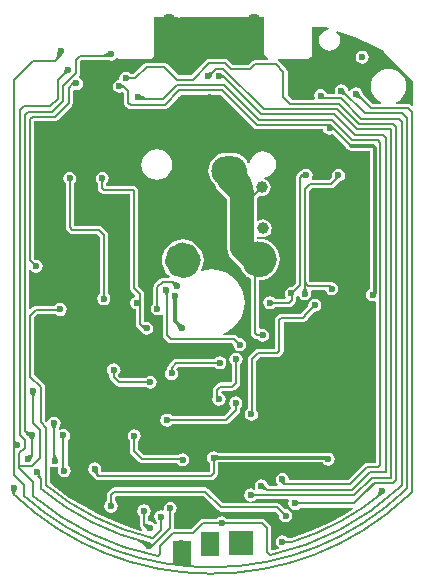
<source format=gbl>
%FSLAX25Y25*%
%MOIN*%
G70*
G01*
G75*
G04 Layer_Physical_Order=2*
G04 Layer_Color=16711680*
%ADD10C,0.00787*%
%ADD11C,0.01181*%
%ADD12C,0.00984*%
%ADD13R,0.01969X0.02362*%
%ADD14R,0.03937X0.03150*%
%ADD15R,0.03150X0.03543*%
%ADD16R,0.02756X0.01575*%
%ADD17R,0.02362X0.01969*%
%ADD18R,0.04724X0.03543*%
%ADD19R,0.03937X0.02756*%
%ADD20R,0.01969X0.03937*%
%ADD21R,0.02362X0.03937*%
%ADD22O,0.07874X0.05906*%
%ADD23R,0.07874X0.05906*%
%ADD24R,0.03937X0.04724*%
%ADD25R,0.03543X0.03937*%
%ADD26R,0.04921X0.02362*%
%ADD27O,0.04921X0.02362*%
%ADD28R,0.04724X0.03937*%
%ADD29R,0.03543X0.02362*%
%ADD30R,0.06299X0.04921*%
%ADD31O,0.02362X0.07874*%
%ADD32R,0.04724X0.01575*%
%ADD33O,0.02362X0.07874*%
%ADD34R,0.03400X0.10000*%
%ADD35R,0.03400X0.05000*%
%ADD36R,0.02362X0.03543*%
G04:AMPARAMS|DCode=37|XSize=59.06mil|YSize=78.74mil|CornerRadius=0mil|HoleSize=0mil|Usage=FLASHONLY|Rotation=45.000|XOffset=0mil|YOffset=0mil|HoleType=Round|Shape=Round|*
%AMOVALD37*
21,1,0.01969,0.05906,0.00000,0.00000,135.0*
1,1,0.05906,0.00696,-0.00696*
1,1,0.05906,-0.00696,0.00696*
%
%ADD37OVALD37*%

%ADD38R,0.01575X0.04921*%
%ADD39R,0.02362X0.05315*%
%ADD40C,0.01969*%
%ADD41C,0.03937*%
%ADD42C,0.05906*%
%ADD43R,0.06717X0.02806*%
%ADD44R,0.15106X0.14091*%
%ADD45R,0.12325X0.05909*%
%ADD46R,0.08728X0.04000*%
%ADD47R,0.07905X0.22706*%
%ADD48R,0.47900X0.06374*%
%ADD49R,0.06200X0.11200*%
%ADD50R,0.02400X0.07447*%
%ADD51R,0.11060X0.04191*%
%ADD52R,0.38700X0.08270*%
%ADD53R,0.31672X0.09600*%
%ADD54C,0.03937*%
%ADD55C,0.09843*%
%ADD56O,0.11811X0.09843*%
%ADD57C,0.05118*%
%ADD58O,0.04331X0.07087*%
%ADD59C,0.02362*%
%ADD60C,0.07874*%
%ADD61R,0.07874X0.07874*%
%ADD62R,0.05906X0.07874*%
%ADD63C,0.04724*%
G36*
X39242Y85530D02*
X39198Y85031D01*
X38467Y84935D01*
X37605Y84578D01*
X36865Y84010D01*
X36297Y83270D01*
X35940Y82408D01*
X35818Y81483D01*
X35940Y80558D01*
X36297Y79696D01*
X36865Y78956D01*
X37605Y78388D01*
X38467Y78031D01*
X39392Y77909D01*
X40317Y78031D01*
X41179Y78388D01*
X41919Y78956D01*
X42487Y79696D01*
X42844Y80558D01*
X42966Y81483D01*
X42844Y82408D01*
X42487Y83270D01*
X41919Y84010D01*
X41670Y84201D01*
X41914Y84638D01*
X47858Y82369D01*
X54288Y79492D01*
X57402Y77883D01*
X57640Y77526D01*
X67309Y67857D01*
Y59677D01*
X66847Y59486D01*
X66530Y59803D01*
X66075Y60107D01*
X65537Y60214D01*
X61665D01*
X61543Y60699D01*
X62369Y61141D01*
X63268Y61879D01*
X64006Y62778D01*
X64555Y63804D01*
X64892Y64917D01*
X65006Y66075D01*
X64892Y67233D01*
X64555Y68346D01*
X64006Y69372D01*
X63268Y70271D01*
X62369Y71009D01*
X61343Y71557D01*
X60230Y71895D01*
X59072Y72009D01*
X57915Y71895D01*
X56801Y71557D01*
X55775Y71009D01*
X54876Y70271D01*
X54138Y69372D01*
X53590Y68346D01*
X53252Y67233D01*
X53138Y66075D01*
X53252Y64917D01*
X53590Y63804D01*
X54138Y62778D01*
X54876Y61879D01*
X55775Y61141D01*
X56601Y60699D01*
X56480Y60214D01*
X53772D01*
X51043Y62944D01*
X51043Y62944D01*
X51048Y62949D01*
X51005Y62982D01*
X50436Y63551D01*
X50414Y63605D01*
X50268Y64337D01*
X49790Y65053D01*
X49073Y65532D01*
X48228Y65700D01*
X47383Y65532D01*
X46667Y65053D01*
X46232Y64403D01*
X45983Y64378D01*
X45643Y64446D01*
X45524Y64565D01*
X45524Y64591D01*
D01*
X45518Y64605D01*
Y64605D01*
X45518D01*
Y64605D01*
Y64605D01*
X45512Y64607D01*
X45347Y65436D01*
X44868Y66152D01*
X44152Y66631D01*
X43307Y66799D01*
X42462Y66631D01*
X41746Y66152D01*
X41267Y65436D01*
X41099Y64591D01*
X41252Y63824D01*
X40935Y63437D01*
X38537D01*
X38457Y63837D01*
X37978Y64553D01*
X37262Y65032D01*
X36417Y65200D01*
X35572Y65032D01*
X34856Y64553D01*
X34378Y63837D01*
X34209Y62992D01*
X34378Y62147D01*
X34405Y62107D01*
X34169Y61666D01*
X26821D01*
X25346Y63141D01*
Y70959D01*
X25239Y71497D01*
X24934Y71952D01*
X22375Y74512D01*
X21923Y74814D01*
X22068Y75292D01*
X32098D01*
X32636Y75399D01*
X33091Y75704D01*
X33396Y76160D01*
X33503Y76697D01*
X33503Y76697D01*
X33503Y76697D01*
Y76697D01*
Y85892D01*
X38104D01*
X39242Y85530D01*
D02*
G37*
G36*
X17378Y77340D02*
X17485Y76802D01*
X17790Y76346D01*
X18432Y75704D01*
X18884Y75402D01*
X18738Y74924D01*
X14672D01*
X14134Y74817D01*
X13678Y74512D01*
X12307Y73141D01*
X7218D01*
X5626Y74734D01*
X5170Y75038D01*
X4632Y75145D01*
X-672D01*
X-1209Y75038D01*
X-1665Y74734D01*
X-6682Y69717D01*
X-10930D01*
X-14786Y73573D01*
X-15242Y73878D01*
X-15780Y73985D01*
X-21620D01*
X-22158Y73878D01*
X-22614Y73573D01*
X-26053Y70134D01*
X-26878D01*
X-26982Y70290D01*
X-27698Y70769D01*
X-28543Y70937D01*
X-29388Y70769D01*
X-30104Y70290D01*
X-30583Y69574D01*
X-30751Y68729D01*
X-30673Y68335D01*
X-30700Y68308D01*
X-31545Y68140D01*
X-32261Y67661D01*
X-32740Y66945D01*
X-32908Y66100D01*
X-32740Y65255D01*
X-32261Y64539D01*
X-31545Y64060D01*
X-30700Y63892D01*
X-29855Y64060D01*
X-29551Y64264D01*
X-29105Y63818D01*
Y60561D01*
X-28998Y60023D01*
X-28694Y59567D01*
X-28394Y59267D01*
X-27973Y58987D01*
X-27834Y58847D01*
D01*
X-27834D01*
Y58847D01*
D01*
X-27834D01*
Y58847D01*
X-27834D01*
X-27834Y58847D01*
Y58847D01*
X-27834Y58847D01*
Y58847D01*
X-27379Y58543D01*
X-26841Y58436D01*
X-15570D01*
X-15033Y58543D01*
X-14577Y58847D01*
X-10079Y63345D01*
X-1108D01*
X-1017Y63363D01*
X-274D01*
X-183Y63345D01*
X3018D01*
X14183Y52181D01*
X14639Y51876D01*
X15176Y51769D01*
X37241D01*
X37330Y51320D01*
X37809Y50604D01*
X38525Y50126D01*
X39370Y49958D01*
X40215Y50126D01*
X40418Y50261D01*
X44944Y45735D01*
X44971Y45597D01*
X45319Y45076D01*
X45840Y44728D01*
X46455Y44605D01*
X52742D01*
Y-1436D01*
X52139Y-1839D01*
X51660Y-2555D01*
X51492Y-3400D01*
X51660Y-4245D01*
X52139Y-4961D01*
X52855Y-5440D01*
X53700Y-5608D01*
X54525Y-5444D01*
X54912Y-5761D01*
Y-59421D01*
X51978D01*
X51440Y-59528D01*
X50985Y-59833D01*
X45696Y-65121D01*
X25962D01*
X25830Y-64960D01*
X25662Y-64116D01*
X25183Y-63399D01*
X24467Y-62921D01*
X23622Y-62753D01*
X22777Y-62921D01*
X22061Y-63399D01*
X21582Y-64116D01*
X21414Y-64960D01*
X21582Y-65805D01*
X22061Y-66522D01*
X22082Y-66536D01*
X21936Y-67014D01*
X19099D01*
X18738Y-66653D01*
X18657Y-66246D01*
X18178Y-65529D01*
X17462Y-65051D01*
X16617Y-64883D01*
X15772Y-65051D01*
X15056Y-65529D01*
X14578Y-66246D01*
X14409Y-67090D01*
X14578Y-67935D01*
X14622Y-68002D01*
X14268Y-68356D01*
X13962Y-68151D01*
X13117Y-67983D01*
X12272Y-68151D01*
X11556Y-68629D01*
X11078Y-69346D01*
X10909Y-70191D01*
X11078Y-71035D01*
X11556Y-71752D01*
X12272Y-72230D01*
X13113Y-72398D01*
X13113D01*
X13064Y-72895D01*
X3799D01*
X-1034Y-68062D01*
X-1489Y-67758D01*
X-2027Y-67651D01*
X-32400D01*
X-32938Y-67758D01*
X-33393Y-68062D01*
X-34493Y-69162D01*
X-34798Y-69618D01*
X-34905Y-70156D01*
Y-72169D01*
X-35061Y-72273D01*
X-35540Y-72990D01*
X-35708Y-73835D01*
X-35540Y-74679D01*
X-35061Y-75396D01*
X-34345Y-75874D01*
X-33500Y-76042D01*
X-32655Y-75874D01*
X-31939Y-75396D01*
X-31460Y-74679D01*
X-31292Y-73835D01*
X-31460Y-72990D01*
X-31939Y-72273D01*
X-32095Y-72169D01*
Y-70738D01*
X-31818Y-70461D01*
X-2609D01*
X2224Y-75293D01*
X2679Y-75598D01*
X3217Y-75705D01*
X21418D01*
X22529Y-76816D01*
X22492Y-77000D01*
X22660Y-77845D01*
X23139Y-78561D01*
X23855Y-79040D01*
X24700Y-79208D01*
X25545Y-79040D01*
X26261Y-78561D01*
X26740Y-77845D01*
X26908Y-77000D01*
X26740Y-76155D01*
X26261Y-75439D01*
X25545Y-74960D01*
X24700Y-74792D01*
X24516Y-74829D01*
X22994Y-73307D01*
X22538Y-73002D01*
X22000Y-72895D01*
X13171D01*
X13163Y-72821D01*
X13122Y-72398D01*
X13962Y-72230D01*
X14678Y-71752D01*
X14783Y-71596D01*
X25649D01*
X25885Y-72036D01*
X25836Y-72110D01*
X25668Y-72955D01*
X25836Y-73800D01*
X26315Y-74516D01*
X27031Y-74994D01*
X27876Y-75163D01*
X28721Y-74994D01*
X29437Y-74516D01*
X29541Y-74360D01*
X47010D01*
X47148Y-74840D01*
X44209Y-76668D01*
X39108Y-79394D01*
X33840Y-81781D01*
X28427Y-83819D01*
X26702Y-84342D01*
X25319D01*
X25183Y-84139D01*
X24467Y-83660D01*
X23622Y-83492D01*
X22777Y-83660D01*
X22061Y-84139D01*
X21582Y-84855D01*
X21414Y-85700D01*
X21582Y-86545D01*
X22061Y-87261D01*
X22488Y-87546D01*
X22398Y-88038D01*
X20297Y-88528D01*
X19905Y-88218D01*
Y-80993D01*
X19798Y-80456D01*
X19493Y-80000D01*
X18000Y-78507D01*
X17544Y-78202D01*
X17007Y-78095D01*
X5065D01*
X4961Y-77939D01*
X4245Y-77460D01*
X3400Y-77292D01*
X2555Y-77460D01*
X1839Y-77939D01*
X1735Y-78095D01*
X-2900D01*
X-3438Y-78202D01*
X-3893Y-78507D01*
X-6782Y-81395D01*
X-12139D01*
X-12340Y-81150D01*
Y-76266D01*
X-12184Y-76161D01*
X-11705Y-75445D01*
X-11537Y-74600D01*
X-11705Y-73755D01*
X-12184Y-73039D01*
X-12900Y-72560D01*
X-13745Y-72392D01*
X-14590Y-72560D01*
X-15306Y-73039D01*
X-15785Y-73755D01*
X-15953Y-74600D01*
X-15879Y-74971D01*
X-16232Y-75325D01*
X-16900Y-75192D01*
X-17745Y-75360D01*
X-18461Y-75839D01*
X-18940Y-76555D01*
X-19108Y-77400D01*
X-18940Y-78245D01*
X-18461Y-78961D01*
X-18305Y-79066D01*
Y-79776D01*
X-18783Y-79921D01*
X-19039Y-79539D01*
X-19755Y-79060D01*
X-20600Y-78892D01*
X-20708Y-78914D01*
X-21095Y-78597D01*
Y-77166D01*
X-20939Y-77061D01*
X-20460Y-76345D01*
X-20292Y-75500D01*
X-20460Y-74655D01*
X-20939Y-73939D01*
X-21655Y-73460D01*
X-22500Y-73292D01*
X-23345Y-73460D01*
X-24061Y-73939D01*
X-24540Y-74655D01*
X-24708Y-75500D01*
X-24540Y-76345D01*
X-24061Y-77061D01*
X-23905Y-77166D01*
Y-80000D01*
X-23905Y-80000D01*
X-23905D01*
X-23798Y-80538D01*
X-23494Y-80993D01*
X-23039Y-81448D01*
X-23184Y-81926D01*
X-23544Y-81998D01*
X-27380Y-80835D01*
X-32600Y-78870D01*
X-37680Y-76568D01*
X-42599Y-73939D01*
X-47335Y-70994D01*
X-51869Y-67745D01*
X-53713Y-66231D01*
Y-60890D01*
X-53272Y-60655D01*
X-53145Y-60740D01*
X-52300Y-60908D01*
X-51455Y-60740D01*
X-51396Y-60700D01*
X-51269D01*
X-51033Y-61141D01*
X-51109Y-61255D01*
X-51277Y-62100D01*
X-51109Y-62945D01*
X-50630Y-63661D01*
X-49914Y-64140D01*
X-49069Y-64308D01*
X-48224Y-64140D01*
X-47508Y-63661D01*
X-47030Y-62945D01*
X-46861Y-62100D01*
X-47030Y-61255D01*
X-47508Y-60539D01*
X-47928Y-60258D01*
Y-51917D01*
X-47772Y-51812D01*
X-47293Y-51096D01*
X-47125Y-50251D01*
X-47293Y-49406D01*
X-47772Y-48690D01*
X-48488Y-48212D01*
X-49333Y-48043D01*
X-50178Y-48212D01*
X-50654Y-48529D01*
X-50939Y-48377D01*
X-50964Y-47878D01*
X-50939Y-47861D01*
X-50460Y-47145D01*
X-50292Y-46300D01*
X-50460Y-45455D01*
X-50939Y-44739D01*
X-51655Y-44260D01*
X-52500Y-44092D01*
X-53345Y-44260D01*
X-54061Y-44739D01*
X-54540Y-45455D01*
X-54574Y-45625D01*
X-55052Y-45770D01*
X-55465Y-45357D01*
Y-34272D01*
X-55572Y-33734D01*
X-55877Y-33278D01*
X-59028Y-30127D01*
Y-10972D01*
X-57987Y-9931D01*
X-51957D01*
X-51345Y-10340D01*
X-50500Y-10508D01*
X-49655Y-10340D01*
X-48939Y-9861D01*
X-48460Y-9145D01*
X-48292Y-8300D01*
X-48460Y-7455D01*
X-48939Y-6739D01*
X-49655Y-6260D01*
X-50500Y-6092D01*
X-51345Y-6260D01*
X-52061Y-6739D01*
X-52316Y-7121D01*
X-58569D01*
X-59106Y-7228D01*
X-59562Y-7532D01*
X-60338Y-8308D01*
X-60800Y-8117D01*
Y4783D01*
X-60321Y4928D01*
X-60061Y4539D01*
X-59345Y4060D01*
X-58500Y3892D01*
X-57655Y4060D01*
X-56939Y4539D01*
X-56460Y5255D01*
X-56292Y6100D01*
X-56460Y6945D01*
X-56939Y7661D01*
X-57655Y8140D01*
X-58500Y8308D01*
X-58684Y8271D01*
X-59028Y8615D01*
Y54442D01*
X-59018Y54452D01*
X-52276D01*
X-51738Y54559D01*
X-51282Y54863D01*
X-46646Y59499D01*
X-46341Y59955D01*
X-46235Y60493D01*
Y64439D01*
X-45901Y64938D01*
X-45848Y64982D01*
X-45024Y64818D01*
X-44179Y64986D01*
X-43463Y65465D01*
X-42985Y66181D01*
X-42817Y67026D01*
X-42985Y67871D01*
X-43463Y68587D01*
X-44179Y69066D01*
X-44281Y69401D01*
X-44272Y69410D01*
X-43968Y69866D01*
X-43861Y70404D01*
Y72642D01*
X-43871Y72692D01*
Y74221D01*
X-43376Y74716D01*
X-36937D01*
Y74695D01*
X-36782Y74716D01*
X-35036D01*
Y74712D01*
X-35005Y74716D01*
X-34228D01*
X-33465Y74564D01*
X-32620Y74732D01*
X-31903Y75210D01*
X-31730Y75469D01*
X-31240Y75567D01*
X-30840Y75299D01*
X-30302Y75192D01*
X-20602D01*
X-20595Y75194D01*
X-20587Y75192D01*
X-20049Y75299D01*
X-19594Y75604D01*
X-19289Y76060D01*
X-19182Y76597D01*
Y89279D01*
X-11041D01*
X-10991Y87408D01*
X-10991Y87398D01*
Y87398D01*
D01*
D01*
X-10991Y87398D01*
X-10990Y87377D01*
X-10980Y87388D01*
X-10980D01*
X-10968Y87399D01*
X-10968D01*
Y88926D01*
X-10615Y89279D01*
X17378D01*
Y77340D01*
D02*
G37*
%LPC*%
G36*
X-32618Y-26193D02*
X-33463Y-26361D01*
X-34180Y-26840D01*
X-34658Y-27556D01*
X-34826Y-28401D01*
X-34658Y-29246D01*
X-34180Y-29962D01*
X-34023Y-30066D01*
Y-30913D01*
X-33916Y-31450D01*
X-33612Y-31906D01*
X-31925Y-33593D01*
X-31469Y-33898D01*
X-30931Y-34005D01*
X-22065D01*
X-21961Y-34161D01*
X-21245Y-34640D01*
X-20400Y-34808D01*
X-19555Y-34640D01*
X-18839Y-34161D01*
X-18360Y-33445D01*
X-18192Y-32600D01*
X-18360Y-31755D01*
X-18839Y-31039D01*
X-19555Y-30560D01*
X-20400Y-30392D01*
X-21245Y-30560D01*
X-21961Y-31039D01*
X-22065Y-31195D01*
X-30349D01*
X-31214Y-30331D01*
X-31057Y-29962D01*
X-31057Y-29962D01*
X-31057D01*
X-30892Y-29714D01*
X-30667Y-29564D01*
X-30363Y-29109D01*
X-30256Y-28571D01*
X-30363Y-28033D01*
X-30535Y-27776D01*
X-30579Y-27556D01*
X-31057Y-26840D01*
X-31773Y-26361D01*
X-32618Y-26193D01*
D02*
G37*
G36*
X2800Y-23892D02*
X1955Y-24060D01*
X1239Y-24539D01*
X1135Y-24695D01*
X-11700D01*
X-12238Y-24802D01*
X-12693Y-25106D01*
X-14302Y-26715D01*
X-14606Y-27171D01*
X-14713Y-27708D01*
Y-27961D01*
X-14869Y-28065D01*
X-15348Y-28781D01*
X-15516Y-29626D01*
X-15348Y-30471D01*
X-14869Y-31187D01*
X-14153Y-31666D01*
X-13308Y-31834D01*
X-12463Y-31666D01*
X-11747Y-31187D01*
X-11269Y-30471D01*
X-11101Y-29626D01*
X-11269Y-28781D01*
X-11719Y-28106D01*
X-11118Y-27505D01*
X1135D01*
X1239Y-27661D01*
X1955Y-28140D01*
X2800Y-28308D01*
X3645Y-28140D01*
X4361Y-27661D01*
X4840Y-26945D01*
X5008Y-26100D01*
X4840Y-25255D01*
X4361Y-24539D01*
X3645Y-24060D01*
X2800Y-23892D01*
D02*
G37*
G36*
X-9568Y15023D02*
X-10919Y14890D01*
X-12218Y14496D01*
X-13415Y13856D01*
X-14464Y12995D01*
X-15325Y11946D01*
X-15965Y10749D01*
X-16359Y9451D01*
X-16492Y8100D01*
X-16359Y6749D01*
X-15965Y5451D01*
X-15325Y4254D01*
X-14464Y3205D01*
X-13891Y2735D01*
X-14060Y2264D01*
X-16241D01*
X-16779Y2157D01*
X-17234Y1853D01*
X-18994Y93D01*
X-19298Y-363D01*
X-19405Y-900D01*
Y-6425D01*
X-19561Y-6529D01*
X-20040Y-7246D01*
X-20208Y-8091D01*
X-20040Y-8935D01*
X-19561Y-9652D01*
X-18845Y-10130D01*
X-18000Y-10298D01*
X-17155Y-10130D01*
X-16629Y-9778D01*
X-16188Y-10014D01*
Y-16951D01*
X-16188Y-16951D01*
X-16188D01*
X-16081Y-17489D01*
X-15776Y-17945D01*
X-14502Y-19219D01*
X-14046Y-19524D01*
X-13508Y-19631D01*
X6869D01*
X7186Y-20017D01*
X7184Y-20026D01*
X7352Y-20871D01*
X7831Y-21587D01*
X8547Y-22066D01*
X9392Y-22234D01*
X10237Y-22066D01*
X10953Y-21587D01*
X11432Y-20871D01*
X11599Y-20026D01*
X11432Y-19181D01*
X10953Y-18465D01*
X10237Y-17986D01*
X9392Y-17818D01*
X9207Y-17855D01*
X8585Y-17233D01*
X8129Y-16928D01*
X7592Y-16821D01*
X4056D01*
X3959Y-16331D01*
X5037Y-15884D01*
X6517Y-14977D01*
X7836Y-13850D01*
X8963Y-12531D01*
X9870Y-11052D01*
X10534Y-9448D01*
X10939Y-7761D01*
X11075Y-6032D01*
X10939Y-4302D01*
X10534Y-2615D01*
X9870Y-1011D01*
X8963Y468D01*
X7836Y1788D01*
X6517Y2914D01*
X5037Y3821D01*
X3434Y4485D01*
X1747Y4890D01*
X17Y5026D01*
X-1713Y4890D01*
X-3138Y4548D01*
X-3443Y4944D01*
X-3172Y5451D01*
X-2778Y6749D01*
X-2645Y8100D01*
X-2778Y9451D01*
X-3172Y10749D01*
X-3812Y11946D01*
X-4673Y12995D01*
X-5722Y13856D01*
X-6919Y14496D01*
X-8218Y14890D01*
X-9568Y15023D01*
D02*
G37*
G36*
X8200Y-22692D02*
X7355Y-22860D01*
X6639Y-23339D01*
X6160Y-24055D01*
X5992Y-24900D01*
X6160Y-25745D01*
X6639Y-26461D01*
X6795Y-26566D01*
Y-32218D01*
X6418Y-32595D01*
X2900D01*
X2362Y-32702D01*
X1907Y-33007D01*
X807Y-34106D01*
X502Y-34562D01*
X395Y-35100D01*
Y-37558D01*
X395Y-37558D01*
X395D01*
X405Y-37606D01*
X278Y-38243D01*
X446Y-39088D01*
X924Y-39804D01*
X1641Y-40283D01*
X2486Y-40451D01*
X3331Y-40283D01*
X4047Y-39804D01*
X4525Y-39088D01*
X4693Y-38243D01*
X4525Y-37398D01*
X4047Y-36682D01*
X3331Y-36204D01*
X3205Y-36179D01*
Y-35682D01*
X3482Y-35405D01*
X7000D01*
X7538Y-35298D01*
X7993Y-34993D01*
X7993Y-34993D01*
X7993Y-34993D01*
X9193Y-33794D01*
X9498Y-33338D01*
X9605Y-32800D01*
X9605Y-32800D01*
X9605Y-32800D01*
Y-32800D01*
Y-26566D01*
X9761Y-26461D01*
X10240Y-25745D01*
X10408Y-24900D01*
X10240Y-24055D01*
X9761Y-23339D01*
X9045Y-22860D01*
X8200Y-22692D01*
D02*
G37*
G36*
X700Y-55492D02*
X-145Y-55660D01*
X-861Y-56139D01*
X-1340Y-56855D01*
X-1508Y-57700D01*
X-1340Y-58545D01*
X-861Y-59261D01*
X-505Y-59499D01*
Y-62176D01*
X-724Y-62395D01*
X-36469D01*
X-36786Y-62009D01*
X-36685Y-61500D01*
X-36853Y-60655D01*
X-37332Y-59939D01*
X-38048Y-59460D01*
X-38893Y-59292D01*
X-39737Y-59460D01*
X-40454Y-59939D01*
X-40932Y-60655D01*
X-41100Y-61500D01*
X-40932Y-62345D01*
X-40454Y-63061D01*
X-40080Y-63311D01*
X-39886Y-63601D01*
X-38702Y-64785D01*
X-38695Y-64795D01*
X-38693Y-64793D01*
X-38693Y-64793D01*
X-38238Y-65098D01*
X-37700Y-65205D01*
X-142D01*
X396Y-65098D01*
X852Y-64793D01*
X852Y-64793D01*
X852Y-64793D01*
X1893Y-63752D01*
X2198Y-63296D01*
X2305Y-62758D01*
X2305Y-62758D01*
X2305Y-62758D01*
Y-62758D01*
Y-59306D01*
X37034D01*
X37339Y-59761D01*
X38055Y-60240D01*
X38900Y-60408D01*
X39745Y-60240D01*
X40461Y-59761D01*
X40940Y-59045D01*
X41108Y-58200D01*
X40940Y-57355D01*
X40461Y-56639D01*
X39745Y-56160D01*
X38900Y-55992D01*
X38387Y-56094D01*
X2211D01*
X2167Y-56076D01*
X1545Y-55660D01*
X700Y-55492D01*
D02*
G37*
G36*
X-25739Y-48221D02*
X-26584Y-48389D01*
X-27301Y-48867D01*
X-27779Y-49584D01*
X-27947Y-50428D01*
X-27779Y-51273D01*
X-27301Y-51990D01*
X-27144Y-52094D01*
Y-55560D01*
X-27144Y-55561D01*
X-27144D01*
X-27038Y-56098D01*
X-26733Y-56554D01*
X-24093Y-59193D01*
X-23638Y-59498D01*
X-23100Y-59605D01*
X-11399D01*
X-11161Y-59961D01*
X-10445Y-60440D01*
X-9600Y-60608D01*
X-8755Y-60440D01*
X-8039Y-59961D01*
X-7560Y-59245D01*
X-7392Y-58400D01*
X-7560Y-57555D01*
X-8039Y-56839D01*
X-8755Y-56360D01*
X-9600Y-56192D01*
X-10445Y-56360D01*
X-11096Y-56795D01*
X-22518D01*
X-24335Y-54979D01*
Y-52094D01*
X-24178Y-51990D01*
X-23700Y-51273D01*
X-23532Y-50428D01*
X-23700Y-49584D01*
X-24178Y-48867D01*
X-24895Y-48389D01*
X-25739Y-48221D01*
D02*
G37*
G36*
X8092Y-37292D02*
X7247Y-37460D01*
X6531Y-37939D01*
X6052Y-38655D01*
X5884Y-39500D01*
X6052Y-40345D01*
X6531Y-41061D01*
X5883Y-42030D01*
X4118Y-43795D01*
X-13135D01*
X-13239Y-43639D01*
X-13955Y-43160D01*
X-14800Y-42992D01*
X-15645Y-43160D01*
X-16361Y-43639D01*
X-16840Y-44355D01*
X-17008Y-45200D01*
X-16840Y-46045D01*
X-16361Y-46761D01*
X-15645Y-47240D01*
X-14800Y-47408D01*
X-13955Y-47240D01*
X-13239Y-46761D01*
X-13135Y-46605D01*
X4700D01*
X5238Y-46498D01*
X5693Y-46194D01*
X9085Y-42802D01*
X9390Y-42346D01*
X9497Y-41808D01*
Y-41166D01*
X9653Y-41061D01*
X10131Y-40345D01*
X10300Y-39500D01*
X10131Y-38655D01*
X9653Y-37939D01*
X8937Y-37460D01*
X8092Y-37292D01*
D02*
G37*
G36*
X42340Y38625D02*
X41495Y38457D01*
X40779Y37978D01*
X40300Y37262D01*
X40132Y36417D01*
X40249Y35829D01*
X39335Y34914D01*
X33644D01*
X33408Y35355D01*
X33553Y35572D01*
X33721Y36417D01*
X33553Y37262D01*
X33074Y37978D01*
X32358Y38457D01*
X31513Y38625D01*
X30668Y38457D01*
X29952Y37978D01*
X29791Y37738D01*
X29680Y37715D01*
X29224Y37411D01*
X28452Y36639D01*
X28148Y36183D01*
X28041Y35646D01*
Y483D01*
X26776Y-782D01*
X26592Y-745D01*
X25747Y-913D01*
X25031Y-1392D01*
X24552Y-2108D01*
X24384Y-2953D01*
X24552Y-3798D01*
X24851Y-4245D01*
X24615Y-4686D01*
X21183D01*
X21078Y-4529D01*
X20362Y-4051D01*
X19517Y-3883D01*
X18672Y-4051D01*
X17956Y-4529D01*
X17478Y-5246D01*
X17309Y-6091D01*
X17478Y-6935D01*
X17956Y-7652D01*
X18672Y-8130D01*
X19517Y-8298D01*
X20362Y-8130D01*
X21078Y-7652D01*
X21183Y-7496D01*
X25817D01*
X26355Y-7389D01*
X26811Y-7084D01*
X27879Y-6016D01*
X28184Y-5560D01*
X28291Y-5022D01*
Y-4308D01*
X28592Y-3857D01*
X29092D01*
X29556Y-4552D01*
X30272Y-5030D01*
X31117Y-5198D01*
X31962Y-5030D01*
X32678Y-4552D01*
X33157Y-3835D01*
X33325Y-2991D01*
X33165Y-2185D01*
X33482Y-1799D01*
X37958D01*
X38052Y-2271D01*
X38531Y-2987D01*
X39247Y-3466D01*
X40092Y-3634D01*
X40937Y-3466D01*
X41653Y-2987D01*
X42132Y-2271D01*
X42300Y-1426D01*
X42132Y-581D01*
X41653Y135D01*
X40937Y614D01*
X40475Y706D01*
X40178Y904D01*
X39640Y1011D01*
X32899D01*
X32622Y1288D01*
Y31328D01*
X33399Y32105D01*
X39917D01*
X40455Y32212D01*
X40911Y32516D01*
X40911Y32516D01*
X40911Y32516D01*
X42670Y34275D01*
X43185Y34378D01*
X43901Y34856D01*
X44380Y35572D01*
X44548Y36417D01*
X44380Y37262D01*
X43901Y37978D01*
X43185Y38457D01*
X42340Y38625D01*
D02*
G37*
G36*
X17139Y44371D02*
X16008Y44222D01*
X14955Y43786D01*
X14050Y43092D01*
X13356Y42187D01*
X12920Y41134D01*
X12826Y40421D01*
X12334Y40332D01*
X11818Y41297D01*
X11080Y42196D01*
X10181Y42934D01*
X9155Y43482D01*
X8042Y43820D01*
X6884Y43934D01*
X4916D01*
X3758Y43820D01*
X2645Y43482D01*
X1619Y42934D01*
X720Y42196D01*
X-18Y41297D01*
X-567Y40271D01*
X-904Y39158D01*
X-1018Y38000D01*
X-904Y36842D01*
X-567Y35729D01*
X-18Y34703D01*
X720Y33804D01*
X1095Y33496D01*
X1105Y33415D01*
X1456Y32569D01*
X1601Y32218D01*
X2390Y31190D01*
X5246Y28334D01*
Y12050D01*
X5416Y10766D01*
X5912Y9568D01*
X6700Y8540D01*
X9408Y5833D01*
X9433Y5751D01*
X10073Y4554D01*
X10934Y3505D01*
X11041Y3417D01*
X11090Y3352D01*
X11527Y3017D01*
X11536Y3010D01*
X11983Y2644D01*
X12085Y2589D01*
X12118Y2564D01*
X12182Y2537D01*
X13180Y2004D01*
X13195Y1999D01*
Y-16300D01*
X13195Y-16300D01*
X13195D01*
X13302Y-16838D01*
X13607Y-17293D01*
X14207Y-17894D01*
X14662Y-18198D01*
X15200Y-18305D01*
X15435D01*
X15539Y-18461D01*
X16255Y-18940D01*
X17100Y-19108D01*
X17945Y-18940D01*
X18661Y-18461D01*
X19140Y-17745D01*
X19308Y-16900D01*
X19140Y-16055D01*
X18661Y-15339D01*
X17945Y-14860D01*
X17100Y-14692D01*
X16391Y-14833D01*
X16005Y-14516D01*
Y1494D01*
X17180Y1610D01*
X18478Y2004D01*
X19675Y2644D01*
X20724Y3505D01*
X21585Y4554D01*
X22225Y5751D01*
X22619Y7049D01*
X22725Y8125D01*
X22761Y8400D01*
X22725Y8675D01*
X22619Y9751D01*
X22225Y11049D01*
X21585Y12246D01*
X20724Y13295D01*
X19675Y14156D01*
X18478Y14796D01*
X17180Y15190D01*
X15829Y15323D01*
X15544Y15295D01*
X15299Y15518D01*
X15368Y16013D01*
X15611Y16132D01*
X16329Y15835D01*
X17100Y15733D01*
X17871Y15835D01*
X18589Y16132D01*
X19206Y16605D01*
X19679Y17222D01*
X19977Y17941D01*
X20078Y18711D01*
X19977Y19482D01*
X19679Y20201D01*
X19206Y20817D01*
X18589Y21291D01*
X17871Y21588D01*
X17100Y21690D01*
X16329Y21588D01*
X15611Y21291D01*
X15174Y21506D01*
Y28838D01*
X15894Y29558D01*
X15979Y29523D01*
X16749Y29422D01*
X17520Y29523D01*
X18239Y29821D01*
X18855Y30294D01*
X19329Y30911D01*
X19626Y31629D01*
X19728Y32400D01*
X19626Y33171D01*
X19329Y33889D01*
X18855Y34506D01*
X18239Y34979D01*
X17664Y35217D01*
X17730Y35713D01*
X18270Y35784D01*
X19323Y36220D01*
X20228Y36914D01*
X20922Y37819D01*
X21358Y38873D01*
X21507Y40003D01*
X21358Y41134D01*
X20922Y42187D01*
X20228Y43092D01*
X19323Y43786D01*
X18270Y44222D01*
X17139Y44371D01*
D02*
G37*
G36*
X50292Y77995D02*
X49447Y77827D01*
X48731Y77349D01*
X48252Y76632D01*
X48084Y75787D01*
X48252Y74942D01*
X48731Y74226D01*
X49447Y73748D01*
X50292Y73580D01*
X51137Y73748D01*
X51853Y74226D01*
X52332Y74942D01*
X52500Y75787D01*
X52332Y76632D01*
X51853Y77349D01*
X51137Y77827D01*
X50292Y77995D01*
D02*
G37*
G36*
X-18194Y45165D02*
X-19530Y44989D01*
X-20775Y44474D01*
X-21844Y43653D01*
X-22665Y42584D01*
X-23180Y41339D01*
X-23356Y40003D01*
X-23180Y38667D01*
X-22665Y37422D01*
X-21844Y36353D01*
X-20775Y35532D01*
X-19530Y35017D01*
X-18194Y34841D01*
X-16858Y35017D01*
X-15613Y35532D01*
X-14544Y36353D01*
X-13723Y37422D01*
X-13208Y38667D01*
X-13032Y40003D01*
X-13208Y41339D01*
X-13723Y42584D01*
X-14544Y43653D01*
X-15613Y44474D01*
X-16858Y44989D01*
X-18194Y45165D01*
D02*
G37*
G36*
X-36400Y37641D02*
X-37245Y37473D01*
X-37961Y36994D01*
X-38440Y36278D01*
X-38608Y35433D01*
X-38440Y34588D01*
X-37961Y33872D01*
X-37805Y33768D01*
Y32200D01*
X-37805Y32200D01*
X-37805D01*
X-37698Y31662D01*
X-37394Y31207D01*
X-36694Y30507D01*
X-36238Y30202D01*
X-35700Y30095D01*
X-27305D01*
Y-1100D01*
X-27305Y-1100D01*
X-27305D01*
X-27198Y-1638D01*
X-26893Y-2093D01*
X-25374Y-3613D01*
X-25519Y-4092D01*
X-25645Y-4117D01*
X-26361Y-4596D01*
X-26840Y-5312D01*
X-27008Y-6157D01*
X-26840Y-7002D01*
X-26361Y-7718D01*
X-25645Y-8196D01*
X-25305Y-8264D01*
Y-13200D01*
X-25198Y-13738D01*
X-24893Y-14194D01*
X-24893Y-14194D01*
X-24897Y-14197D01*
X-24867Y-14220D01*
X-23882Y-15205D01*
X-23882Y-15205D01*
D01*
X-23564Y-15523D01*
X-23144Y-16152D01*
X-22428Y-16630D01*
X-21583Y-16798D01*
X-20738Y-16630D01*
X-20022Y-16152D01*
X-19543Y-15435D01*
X-19375Y-14591D01*
X-19543Y-13746D01*
X-20022Y-13029D01*
X-20738Y-12551D01*
X-21583Y-12383D01*
X-22057Y-12477D01*
X-22068Y-12429D01*
X-22108Y-12437D01*
X-22495Y-12120D01*
Y-3100D01*
X-22602Y-2562D01*
X-22907Y-2107D01*
X-24495Y-518D01*
Y31200D01*
X-24602Y31738D01*
X-24906Y32193D01*
X-25207Y32493D01*
X-25662Y32798D01*
X-26200Y32905D01*
X-34995D01*
Y33699D01*
X-34985Y33714D01*
X-34971Y33784D01*
X-34839Y33872D01*
X-34360Y34588D01*
X-34192Y35433D01*
X-34360Y36278D01*
X-34839Y36994D01*
X-35555Y37473D01*
X-36400Y37641D01*
D02*
G37*
G36*
X34466Y-4682D02*
X33621Y-4850D01*
X32905Y-5329D01*
X32426Y-6045D01*
X32258Y-6890D01*
X32295Y-7074D01*
X30124Y-9245D01*
X29956Y-9495D01*
X29829Y-9686D01*
X23289D01*
X22751Y-9792D01*
X22295Y-10097D01*
X21624Y-10769D01*
X21319Y-11225D01*
X21212Y-11762D01*
Y-21486D01*
X15478D01*
X14940Y-21592D01*
X14484Y-21897D01*
X12516Y-23866D01*
X12211Y-24321D01*
X12104Y-24859D01*
Y-41403D01*
X11751Y-41639D01*
X11273Y-42355D01*
X11105Y-43200D01*
X11273Y-44045D01*
X11751Y-44761D01*
X12468Y-45240D01*
X13313Y-45408D01*
X14157Y-45240D01*
X14874Y-44761D01*
X15352Y-44045D01*
X15520Y-43200D01*
X15352Y-42355D01*
X14914Y-41700D01*
Y-25441D01*
X16060Y-24295D01*
X21917D01*
X22455Y-24189D01*
X22911Y-23884D01*
X22911Y-23884D01*
X22911Y-23884D01*
X23611Y-23184D01*
X23915Y-22728D01*
X24022Y-22191D01*
X24022Y-22191D01*
X24022Y-22190D01*
Y-22190D01*
Y-12495D01*
X30417D01*
X30955Y-12388D01*
X31411Y-12084D01*
X31411Y-12084D01*
X31411Y-12084D01*
X32111Y-11384D01*
X32415Y-10928D01*
X32415Y-10927D01*
X34282Y-9061D01*
X34466Y-9098D01*
X35311Y-8929D01*
X36027Y-8451D01*
X36506Y-7735D01*
X36674Y-6890D01*
X36506Y-6045D01*
X36027Y-5329D01*
X35311Y-4850D01*
X34466Y-4682D01*
D02*
G37*
G36*
X-47227Y37641D02*
X-48072Y37473D01*
X-48788Y36994D01*
X-49267Y36278D01*
X-49435Y35433D01*
X-49267Y34588D01*
X-48788Y33872D01*
X-48632Y33768D01*
Y19054D01*
X-48632Y19053D01*
X-48632D01*
X-48525Y18516D01*
X-48220Y18060D01*
X-47376Y17216D01*
X-46920Y16911D01*
X-46383Y16804D01*
X-38165D01*
X-37288Y15927D01*
Y-3097D01*
X-37444Y-3201D01*
X-37922Y-3917D01*
X-38091Y-4762D01*
X-37922Y-5607D01*
X-37444Y-6323D01*
X-36728Y-6802D01*
X-35883Y-6970D01*
X-35038Y-6802D01*
X-34322Y-6323D01*
X-33843Y-5607D01*
X-33675Y-4762D01*
X-33843Y-3917D01*
X-34322Y-3201D01*
X-34478Y-3097D01*
Y16510D01*
X-34585Y17047D01*
X-34889Y17503D01*
X-36589Y19203D01*
X-37045Y19508D01*
X-37583Y19614D01*
X-45801D01*
X-45822Y19636D01*
Y33768D01*
X-45666Y33872D01*
X-45187Y34588D01*
X-45019Y35433D01*
X-45187Y36278D01*
X-45666Y36994D01*
X-46382Y37473D01*
X-47227Y37641D01*
D02*
G37*
%LPD*%
D10*
X-65929Y-69918D02*
G03*
X65377Y-70528I65975J69048D01*
G01*
X19637Y-90139D02*
G03*
X62720Y-67621I-19620J90013D01*
G01*
X-55131Y-66914D02*
G03*
X-20049Y-84384I55148J66788D01*
G01*
X-56786Y-68099D02*
G03*
X-20696Y-86253I56803J67973D01*
G01*
X-59429Y-70506D02*
G03*
X-17802Y-90512I59446J70380D01*
G01*
X-62506Y-70444D02*
G03*
X64561Y-68594I62523J70318D01*
G01*
X26972Y-85747D02*
G03*
X57507Y-69064I-26955J85621D01*
G01*
X17841Y-76941D02*
G03*
X17043Y-77354I0J-977D01*
G01*
X17080Y-76504D02*
G03*
X17841Y-76941I760J443D01*
G01*
X14400D02*
G03*
X15843Y-76343I0J2041D01*
G01*
X15843Y-77457D02*
G03*
X14598Y-76941I-1245J-1245D01*
G01*
X37500Y-78270D02*
G03*
X37016Y-77280I-1254J0D01*
G01*
X37984D02*
G03*
X37500Y-78270I770J-989D01*
G01*
X-57439Y-62802D02*
G03*
X-56937Y-64663I1868J-495D01*
G01*
X-8599Y-79600D02*
G03*
X-9943Y-80157I0J-1901D01*
G01*
Y-79043D02*
G03*
X-8599Y-79600I1344J1344D01*
G01*
X-14783Y-4125D02*
G03*
X-15557Y-2257I-2642J0D01*
G01*
X-14443D02*
G03*
X-14783Y-3077I820J-820D01*
G01*
X-14983Y-3642D02*
G03*
X-15557Y-2257I-1960J0D01*
G01*
X-14443D02*
G03*
X-14983Y-3559I1303J-1303D01*
G01*
X31217Y-1331D02*
G03*
X31674Y-2434I1560J0D01*
G01*
X30560Y-2434D02*
G03*
X31217Y-848I-1586J1586D01*
G01*
X17917Y-9790D02*
G03*
X18474Y-11134I1901J0D01*
G01*
X17360D02*
G03*
X17917Y-9790I-1344J1344D01*
G01*
Y-10903D02*
G03*
X20456Y-9851I0J3591D01*
G01*
X17917Y-11691D02*
G03*
X19112Y-11196I0J1690D01*
G01*
X-23900Y-13200D02*
G03*
X-21755Y-13822I1638J1638D01*
G01*
X-22888Y-14212D02*
G03*
X-21583Y-14591I997J997D01*
G01*
X30217Y36417D02*
G03*
X30814Y36780I0J673D01*
G01*
Y36055D02*
G03*
X30217Y36417I-597J-310D01*
G01*
X18517Y-68419D02*
G03*
X16756Y-67866I-1410J-1410D01*
G01*
X-49169Y70238D02*
G03*
X-48612Y71582I-1344J1344D01*
G01*
X-47825Y70794D02*
G03*
X-49169Y70238I0J-1901D01*
G01*
X-50197Y76498D02*
G03*
X-50541Y77047I-611J0D01*
G01*
X-49853D02*
G03*
X-50197Y76498I267J-550D01*
G01*
X-52029Y74666D02*
G03*
X-50979Y77667I-2589J2589D01*
G01*
X-50873Y75822D02*
G03*
X-50197Y77756I-1669J1669D01*
G01*
X-36937Y76121D02*
G03*
X-34021Y77328I0J4124D01*
G01*
X-35036Y76121D02*
G03*
X-33465Y76772I0J2223D01*
G01*
X24192Y-65504D02*
G03*
X24203Y-66526I529J-505D01*
G01*
X44998Y63103D02*
G03*
X43307Y63804I-1691J-1691D01*
G01*
X44094Y64591D02*
G03*
X44508Y63594I1410J0D01*
G01*
X50049Y61951D02*
G03*
X48228Y62705I-1821J-1821D01*
G01*
X49016Y63492D02*
G03*
X49375Y62625I1227J0D01*
G01*
X-65945Y-69858D02*
G03*
X-66502Y-68514I-1901J0D01*
G01*
X-65388D02*
G03*
X-65945Y-69858I1344J-1344D01*
G01*
X-59802Y-51939D02*
G03*
X-60359Y-50595I-1901J0D01*
G01*
X-59245D02*
G03*
X-59802Y-51939I1344J-1344D01*
G01*
X-61024Y-50039D02*
G03*
X-60519Y-49713I0J554D01*
G01*
Y-50364D02*
G03*
X-61024Y-50039I-505J-229D01*
G01*
X-62205Y-48858D02*
G03*
X-60086Y-49304I1402J1402D01*
G01*
X-61350Y-49712D02*
G03*
X-59802Y-50039I1025J1025D01*
G01*
X-59802Y-56849D02*
G03*
X-60238Y-58016I1062J-1062D01*
G01*
X-60969Y-57285D02*
G03*
X-59802Y-56849I105J1499D01*
G01*
X-59429Y-37334D02*
G03*
X-59986Y-35990I-1901J0D01*
G01*
X-58872D02*
G03*
X-59429Y-37334I1344J-1344D01*
G01*
X-52500Y-48201D02*
G03*
X-53057Y-46857I-1901J0D01*
G01*
X-51943D02*
G03*
X-52500Y-48201I1344J-1344D01*
G01*
Y-56316D02*
G03*
X-51743Y-58143I2584J0D01*
G01*
X-52857Y-58143D02*
G03*
X-52500Y-57282I-861J861D01*
G01*
X-19695Y-87100D02*
G03*
X-20179Y-87416I0J-529D01*
G01*
Y-86784D02*
G03*
X-19695Y-87100I484J213D01*
G01*
X-21580Y-87497D02*
G03*
X-24551Y-85239I-4211J-2457D01*
G01*
X-20900Y-87100D02*
G03*
X-22712Y-85723I-2569J-1499D01*
G01*
X-22500Y-80000D02*
G03*
X-20870Y-80360I1097J1097D01*
G01*
X-38152Y-61768D02*
G03*
X-37700Y-63800I1824J-660D01*
G01*
X-38893Y-61500D02*
G03*
X-38576Y-62924I1278J-463D01*
G01*
X54758Y-71263D02*
G03*
X56217Y-68613I-2469J3087D01*
G01*
X56243Y-70076D02*
G03*
X57000Y-68700I-1282J1602D01*
G01*
X11717Y32183D02*
G03*
X7587Y33527I-3386J-3386D01*
G01*
X10623Y33277D02*
G03*
X7465Y34305I-2589J-2589D01*
G01*
X11004Y36123D02*
G03*
X11717Y32183I3196J-1456D01*
G01*
X10288Y36449D02*
G03*
X10914Y32986I2810J-1280D01*
G01*
X9571Y36776D02*
G03*
X10112Y33788I2424J-1104D01*
G01*
X17841Y-76941D02*
G03*
X17043Y-77354I0J-977D01*
G01*
X17080Y-76504D02*
G03*
X17841Y-76941I760J443D01*
G01*
X14400D02*
G03*
X15843Y-76343I0J2041D01*
G01*
X15843Y-77457D02*
G03*
X14598Y-76941I-1245J-1245D01*
G01*
X37500Y-78270D02*
G03*
X37016Y-77280I-1254J0D01*
G01*
X37984D02*
G03*
X37500Y-78270I770J-989D01*
G01*
X-57439Y-62802D02*
G03*
X-56937Y-64663I1868J-495D01*
G01*
X-8599Y-79600D02*
G03*
X-9943Y-80157I0J-1901D01*
G01*
Y-79043D02*
G03*
X-8599Y-79600I1344J1344D01*
G01*
X-12893Y859D02*
G03*
X-11634Y361I1204J1204D01*
G01*
X-12395Y-400D02*
G03*
X-12893Y859I-1702J55D01*
G01*
X-14783Y-4125D02*
G03*
X-15557Y-2257I-2642J0D01*
G01*
X-14443D02*
G03*
X-14783Y-3077I820J-820D01*
G01*
X-14983Y-3642D02*
G03*
X-15557Y-2257I-1960J0D01*
G01*
X-14443D02*
G03*
X-14983Y-3559I1303J-1303D01*
G01*
X31217Y-1331D02*
G03*
X31674Y-2434I1560J0D01*
G01*
X30560Y-2434D02*
G03*
X31217Y-848I-1586J1586D01*
G01*
X-29400Y66100D02*
G03*
X-30002Y65735I0J-679D01*
G01*
Y66465D02*
G03*
X-29400Y66100I602J315D01*
G01*
X17917Y-9790D02*
G03*
X18474Y-11134I1901J0D01*
G01*
X17360D02*
G03*
X17917Y-9790I-1344J1344D01*
G01*
X19324Y-10526D02*
G03*
X17917Y-11691I568J-2118D01*
G01*
Y-10903D02*
G03*
X20456Y-9851I0J3591D01*
G01*
X17917Y-11691D02*
G03*
X19112Y-11196I0J1690D01*
G01*
X18705Y-11691D02*
G03*
X19792Y-14316I3713J0D01*
G01*
X17917Y-11691D02*
G03*
X18448Y-12972I1812J0D01*
G01*
X-23900Y-13200D02*
G03*
X-21755Y-13822I1638J1638D01*
G01*
X-22888Y-14212D02*
G03*
X-21583Y-14591I997J997D01*
G01*
X30217Y36417D02*
G03*
X30814Y36780I0J673D01*
G01*
Y36055D02*
G03*
X30217Y36417I-597J-310D01*
G01*
X204Y70615D02*
G03*
X-295Y69410I1206J-1206D01*
G01*
X-1083Y70197D02*
G03*
X400Y70811I0J2096D01*
G01*
X3952Y69410D02*
G03*
X3306Y69029I0J-738D01*
G01*
Y69790D02*
G03*
X3952Y69410I646J357D01*
G01*
X18517Y-68419D02*
G03*
X16756Y-67866I-1410J-1410D01*
G01*
X-23691Y62743D02*
G03*
X-22187Y61800I1504J728D01*
G01*
X-22787Y62400D02*
G03*
X-23779Y61916I0J-1257D01*
G01*
Y62884D02*
G03*
X-22787Y62400I992J773D01*
G01*
X-23100Y61800D02*
G03*
X-23870Y61818I-394J-394D01*
G01*
X-23701Y62762D02*
G03*
X-22296Y61908I1405J729D01*
G01*
X-49169Y70238D02*
G03*
X-48612Y71582I-1344J1344D01*
G01*
X-47825Y70794D02*
G03*
X-49169Y70238I0J-1901D01*
G01*
X-50197Y77756D02*
G03*
X-51222Y76053I1543J-2089D01*
G01*
X-50378Y76548D02*
G03*
X-50625Y77095I-548J82D01*
G01*
X-49982Y76998D02*
G03*
X-50378Y76548I151J-533D01*
G01*
X-50197Y76498D02*
G03*
X-50541Y77047I-611J0D01*
G01*
X-49853D02*
G03*
X-50197Y76498I267J-550D01*
G01*
X-52029Y74666D02*
G03*
X-50979Y77667I-2589J2589D01*
G01*
X-50873Y75822D02*
G03*
X-50197Y77756I-1669J1669D01*
G01*
X-34053Y76249D02*
G03*
X-35490Y76481I-861J-765D01*
G01*
X-33465Y76772D02*
G03*
X-34653Y76964I-712J-633D01*
G01*
X-36937Y76121D02*
G03*
X-34021Y77328I0J4124D01*
G01*
X-35036Y76121D02*
G03*
X-33465Y76772I0J2223D01*
G01*
X24192Y-65504D02*
G03*
X24203Y-66526I529J-505D01*
G01*
X43307Y64591D02*
G03*
X44420Y63506I1524J449D01*
G01*
X44998Y63103D02*
G03*
X43307Y63804I-1691J-1691D01*
G01*
X44094Y64591D02*
G03*
X44508Y63594I1410J0D01*
G01*
X48228Y63492D02*
G03*
X49386Y62395I1591J518D01*
G01*
X50049Y61951D02*
G03*
X48228Y62705I-1821J-1821D01*
G01*
X49016Y63492D02*
G03*
X49375Y62625I1227J0D01*
G01*
X-65945Y-69858D02*
G03*
X-66502Y-68514I-1901J0D01*
G01*
X-65388D02*
G03*
X-65945Y-69858I1344J-1344D01*
G01*
X-59802Y-51939D02*
G03*
X-60359Y-50595I-1901J0D01*
G01*
X-59245D02*
G03*
X-59802Y-51939I1344J-1344D01*
G01*
Y-50039D02*
G03*
X-60978Y-49401I-1050J-533D01*
G01*
X-61024Y-50039D02*
G03*
X-60519Y-49713I0J554D01*
G01*
Y-50364D02*
G03*
X-61024Y-50039I-505J-229D01*
G01*
X-62205Y-48858D02*
G03*
X-60086Y-49304I1402J1402D01*
G01*
X-61350Y-49712D02*
G03*
X-59802Y-50039I1025J1025D01*
G01*
X-59802Y-56849D02*
G03*
X-60238Y-58016I1062J-1062D01*
G01*
X-60969Y-57285D02*
G03*
X-59802Y-56849I105J1499D01*
G01*
X-59429Y-37334D02*
G03*
X-59986Y-35990I-1901J0D01*
G01*
X-58872D02*
G03*
X-59429Y-37334I1344J-1344D01*
G01*
X-52500Y-48201D02*
G03*
X-53057Y-46857I-1901J0D01*
G01*
X-51943D02*
G03*
X-52500Y-48201I1344J-1344D01*
G01*
Y-56316D02*
G03*
X-51743Y-58143I2584J0D01*
G01*
X-52857Y-58143D02*
G03*
X-52500Y-57282I-861J861D01*
G01*
X-23368Y-85726D02*
G03*
X-21098Y-86338I1673J1688D01*
G01*
X-22385Y-86700D02*
G03*
X-20900Y-87100I1094J1104D01*
G01*
X-19695D02*
G03*
X-20179Y-87416I0J-529D01*
G01*
Y-86784D02*
G03*
X-19695Y-87100I484J213D01*
G01*
X-21580Y-87497D02*
G03*
X-24551Y-85239I-4211J-2457D01*
G01*
X-20900Y-87100D02*
G03*
X-22712Y-85723I-2569J-1499D01*
G01*
X-22500Y-80000D02*
G03*
X-20870Y-80360I1097J1097D01*
G01*
X-38269Y-63127D02*
G03*
X-38893Y-61500I-1988J171D01*
G01*
X-38152Y-61768D02*
G03*
X-37700Y-63800I1824J-660D01*
G01*
X-38893Y-61500D02*
G03*
X-38576Y-62924I1278J-463D01*
G01*
X57000Y-68700D02*
G03*
X55742Y-69830I494J-1815D01*
G01*
X54758Y-71263D02*
G03*
X56217Y-68613I-2469J3087D01*
G01*
X56243Y-70076D02*
G03*
X57000Y-68700I-1282J1602D01*
G01*
X-32618Y-30913D02*
Y-28401D01*
Y-30913D02*
X-30931Y-32600D01*
X-20400D01*
X-59600Y55857D02*
X-52276D01*
X-60433Y55024D02*
X-59600Y55857D01*
X-52276D02*
X-47640Y60493D01*
X-60433Y8033D02*
Y55024D01*
X-61000Y57628D02*
X-53009D01*
X-62205Y56424D02*
X-61000Y57628D01*
X-53009D02*
X-49411Y61227D01*
X-62205Y-48858D02*
Y56424D01*
X-53743Y59400D02*
X-51183Y61961D01*
X-62600Y59400D02*
X-53743D01*
X-63976Y58024D02*
X-62600Y59400D01*
X-63976Y-50197D02*
Y58024D01*
X-60433Y8033D02*
X-58500Y6100D01*
X-47640Y60493D02*
Y65524D01*
X-46138Y67026D01*
X-45024D01*
X-49333Y-61836D02*
Y-50251D01*
Y-61836D02*
X-49069Y-62100D01*
X56400Y-69200D02*
Y-68700D01*
X600Y-57700D02*
X900Y-58000D01*
Y-62758D02*
Y-58000D01*
X-142Y-63800D02*
X900Y-62758D01*
X-37700Y-63800D02*
X-142D01*
X-38893Y-62607D02*
X-37700Y-63800D01*
X-38893Y-62607D02*
Y-61500D01*
X-52500Y-58500D02*
X-52300Y-58700D01*
X-52500Y-58500D02*
Y-46300D01*
X-23100Y-58200D02*
X-9500D01*
X-25739Y-55561D02*
X-23100Y-58200D01*
X-25739Y-55561D02*
Y-50428D01*
X-25368Y-50800D01*
X-60433Y-30709D02*
X-56870Y-34272D01*
X-60433Y-30709D02*
Y-10391D01*
X-58569Y-8526D01*
X-57480Y-48228D02*
X-57243D01*
X-64173Y-61024D02*
Y-56299D01*
Y-61186D02*
Y-61024D01*
Y-61186D02*
X-59429Y-65930D01*
X37377Y62032D02*
X43161D01*
X36417Y62992D02*
X37377Y62032D01*
X-61024Y-58071D02*
X-59802Y-56849D01*
Y-50039D01*
X-63976Y-50197D02*
X-62313Y-51861D01*
Y-54439D02*
Y-51861D01*
X-64173Y-56299D02*
X-62313Y-54439D01*
X-65945Y-63351D02*
Y-52300D01*
Y-63351D02*
X-62506Y-66790D01*
X-65945Y-52300D02*
X-64883Y-53362D01*
X-65945Y-52300D02*
Y68144D01*
X-61024Y-50039D02*
X-59802D01*
X-62205Y-48858D02*
X-61024Y-50039D01*
X-65945Y-69935D02*
X-65843Y-70037D01*
X-65945Y-69935D02*
Y-67957D01*
X65377Y-70528D02*
X66946Y-69056D01*
X23622Y-65945D02*
Y-64960D01*
Y-65945D02*
X24203Y-66526D01*
X-45276Y74803D02*
X-43958Y76121D01*
X-34116D01*
X-33465Y76772D01*
X-49411Y61227D02*
Y66258D01*
X-45266Y70404D01*
Y72642D01*
X-45276Y72652D02*
X-45266Y72642D01*
X-45276Y72652D02*
Y74803D01*
X-51183Y61961D02*
Y68224D01*
X-47825Y71582D01*
X-50197Y76498D02*
Y77756D01*
X-52029Y74666D02*
X-50197Y76498D01*
X-65945Y68144D02*
X-59423Y74666D01*
X-52029D01*
X-1090Y64768D02*
X-165D01*
X-1108Y64750D02*
X-1090Y64768D01*
X-13508Y-18226D02*
X7592D01*
X9392Y-20026D01*
X-14783Y-16951D02*
Y-5971D01*
Y-16951D02*
X-13508Y-18226D01*
X-14783Y-5971D02*
Y-2691D01*
X-183Y64750D02*
X-165Y64768D01*
X17189Y-67090D02*
X18517Y-68419D01*
X16617Y-67090D02*
X17189D01*
X42340Y35932D02*
Y36417D01*
X39917Y33509D02*
X42340Y35932D01*
X32817Y33509D02*
X39917D01*
X31217Y31909D02*
X32817Y33509D01*
X32317Y-394D02*
X39640D01*
X31217Y706D02*
X32317Y-394D01*
X31217Y706D02*
Y31909D01*
X30217Y36417D02*
X31513D01*
X29445Y35646D02*
X30217Y36417D01*
X-36400Y34369D02*
Y35433D01*
Y34369D02*
X-36283Y34252D01*
X-35883Y-4762D02*
Y16510D01*
X-47227Y19053D02*
Y35433D01*
Y19053D02*
X-46383Y18210D01*
X-37583D01*
X-35883Y16510D01*
X21917Y-22891D02*
X22617Y-22190D01*
Y-11762D01*
X29445Y-99D02*
Y35646D01*
X26886Y-2659D02*
X29445Y-99D01*
X26886Y-5022D02*
Y-2659D01*
X25817Y-6091D02*
X26886Y-5022D01*
X19517Y-6091D02*
X25817D01*
X17917Y-11691D02*
X18617D01*
X21517Y-8791D01*
X31117Y-10239D02*
X34466Y-6890D01*
X31117Y-10391D02*
Y-10239D01*
X30417Y-11091D02*
X31117Y-10391D01*
X23289Y-11091D02*
X30417D01*
X22617Y-11762D02*
X23289Y-11091D01*
X31217Y-2891D02*
Y706D01*
X31117Y-2991D02*
X31217Y-2891D01*
X17917Y-11691D02*
Y-9391D01*
X17717Y-9191D02*
X17917Y-9391D01*
X17717Y-9191D02*
X18117Y-8791D01*
X21517D02*
X28946D01*
X33406Y-4331D01*
X37457D01*
X40017Y-6891D01*
X18117Y-8791D02*
X21517D01*
X-14983Y-5771D02*
X-14783Y-5971D01*
X39640Y-394D02*
X40156Y-910D01*
X-31831Y-28401D02*
X-31661Y-28571D01*
X-32618Y-28401D02*
X-31831D01*
X-55118Y-66800D02*
Y-47691D01*
X7000Y-34000D02*
X8200Y-32800D01*
X-11700Y-26100D02*
X2800D01*
X-13308Y-27708D02*
X-11700Y-26100D01*
X-13308Y-29626D02*
Y-27708D01*
X2900Y-34000D02*
X7000D01*
X1800Y-35100D02*
X2900Y-34000D01*
X1800Y-37558D02*
Y-35100D01*
Y-37558D02*
X2486Y-38243D01*
X13509Y-43003D02*
Y-24859D01*
X13313Y-43200D02*
X13509Y-43003D01*
X-56870Y-45939D02*
Y-34272D01*
Y-45939D02*
X-55118Y-47691D01*
X-59429Y-46279D02*
Y-35433D01*
Y-46279D02*
X-57480Y-48228D01*
X8200Y-32800D02*
Y-24900D01*
X8092Y-41808D02*
Y-39500D01*
X4700Y-45200D02*
X8092Y-41808D01*
X-14800Y-45200D02*
X4700D01*
X3400Y-79500D02*
X3740Y-79840D01*
X53190Y58810D02*
X65537D01*
X66946Y57400D01*
Y-69056D02*
Y57400D01*
X48228Y63492D02*
X48508D01*
X53190Y58810D01*
X43307Y64591D02*
X43510D01*
X51064Y57038D01*
X63637D01*
X65175Y55500D01*
Y-67980D02*
Y55500D01*
X49927Y55266D02*
X62437D01*
X63403Y54300D01*
Y-66790D02*
Y54300D01*
X62647Y-67547D02*
X62720Y-67473D01*
X63403Y-66790D01*
X43161Y62032D02*
X49927Y55266D01*
X42427Y60261D02*
X49193Y53495D01*
X60637D01*
X61632Y52500D01*
Y-65000D02*
Y52500D01*
X60491Y-66141D02*
X61632Y-65000D01*
X47498Y-72823D02*
X54180Y-66141D01*
X27876Y-72955D02*
X47630D01*
X54443Y-66141D01*
X54180D02*
X54443D01*
X60491D01*
X41693Y58489D02*
X48459Y51723D01*
X59537D01*
X59860Y51400D01*
Y-64266D02*
Y51400D01*
X59757Y-64369D02*
X59860Y-64266D01*
X53446Y-64369D02*
X59757D01*
X47624Y-70191D02*
X53446Y-64369D01*
X13117Y-70191D02*
X47624D01*
X18517Y-68419D02*
X46891D01*
X52712Y-62598D01*
X58088D01*
Y48900D01*
X57037Y49951D02*
X58088Y48900D01*
X47725Y49951D02*
X57037D01*
X40959Y56717D02*
X47725Y49951D01*
X40226Y54946D02*
X46992Y48180D01*
X55437D01*
X56317Y47300D01*
Y-60110D02*
Y47300D01*
X55600Y-60826D02*
X56317Y-60110D01*
X51978Y-60826D02*
X55600D01*
X46278Y-66526D02*
X51978Y-60826D01*
X24203Y-66526D02*
X46278D01*
X-22500Y-80000D02*
Y-75500D01*
Y-80000D02*
X-21400Y-81100D01*
X-14341Y-75196D02*
X-13745Y-74600D01*
X-56937Y-67947D02*
Y-64663D01*
X-57900Y-63700D02*
X-56937Y-64663D01*
Y-67947D02*
X-56786Y-68099D01*
X-56786Y-68099D01*
X-57243Y-57909D02*
Y-48228D01*
X-59964Y-60630D02*
X-57243Y-57909D01*
X-63779Y-60630D02*
X-59964D01*
X-64173Y-61024D02*
X-63779Y-60630D01*
X23622Y-85700D02*
X23669Y-85747D01*
X22000Y-74300D02*
X24700Y-77000D01*
X62720Y-67621D02*
Y-67621D01*
Y-67473D01*
X-2900Y-79500D02*
X3400D01*
X-6200Y-82800D02*
X-2900Y-79500D01*
X-19484Y-84384D02*
X-16900Y-81800D01*
X-20049Y-84384D02*
X-20049D01*
X-19484D01*
X-16900Y-81800D02*
Y-77400D01*
X-13745Y-81150D02*
Y-74600D01*
X-12889Y-82800D02*
X-6200D01*
X-17095Y-87006D02*
X-12889Y-82800D01*
X-17095Y-89804D02*
Y-87006D01*
X-17802Y-90512D02*
X-17802D01*
X-17095Y-89804D01*
X-59429Y-70506D02*
Y-65930D01*
X-19694Y-87100D02*
X-13745Y-81150D01*
X-20900Y-87100D02*
X-19694D01*
X-10000Y-93046D02*
Y-87598D01*
X-10119Y-93164D02*
X-10000Y-93046D01*
X64561Y-68594D02*
X65175Y-67980D01*
X-62506Y-70444D02*
Y-66790D01*
X-22510Y-14591D02*
X-21583D01*
X-36400Y32200D02*
X-35700Y31500D01*
X-26200D01*
X-25900Y31200D01*
Y-1100D02*
Y31200D01*
Y-1100D02*
X-23900Y-3100D01*
X-36400Y32200D02*
Y34369D01*
X-23900Y-13200D02*
X-22510Y-14591D01*
X-23900Y-13200D02*
Y-3100D01*
X-15000Y-1700D02*
X-14783Y-2691D01*
X-14983Y-5771D02*
Y-1390D01*
X3400Y-79500D02*
X17007D01*
X18500Y-80993D01*
Y-89002D02*
Y-80993D01*
Y-89002D02*
X19637Y-90139D01*
X-10500Y-79600D02*
X-5505D01*
X-2846Y-76941D01*
X17841D01*
X22300Y-81400D01*
X31500D01*
X34030Y-78870D01*
X38100D01*
X37500Y-78270D02*
X38100Y-78870D01*
X37500Y-78270D02*
Y-76659D01*
X23669Y-85747D02*
X26972D01*
X3217Y-74300D02*
X22000D01*
X-33500Y-73835D02*
Y-70156D01*
X-32400Y-69056D01*
X-2027D01*
X3217Y-74300D01*
X38361Y53174D02*
X39370Y52165D01*
X39492Y53174D02*
X46455Y46211D01*
X-10661Y64750D02*
X-1108D01*
X-15570Y59841D02*
X-10661Y64750D01*
X-23700Y61800D02*
X-23100D01*
X-22187D01*
X-16900D01*
X-26841Y59841D02*
X-15570D01*
X-27300Y60300D02*
X-26841Y59841D01*
X-27361Y60300D02*
X-27300D01*
X-27400Y60261D02*
X-27361Y60300D01*
X-27700Y60561D02*
X-27400Y60261D01*
X-27700Y60561D02*
Y64400D01*
X-29400Y66100D02*
X-27700Y64400D01*
X-30700Y66100D02*
X-29400D01*
X-23700Y62400D02*
X-22787D01*
X-16008Y61908D02*
X-11377Y66540D01*
X-24400Y62400D02*
X-23908Y61908D01*
X-23700Y62400D02*
X-23208Y61908D01*
X-23100Y61800D01*
X-23908Y61908D02*
X-23208D01*
X-22296D01*
X-16792D01*
X-16008D01*
X-16900Y61800D02*
X-16792Y61908D01*
X-22787Y62400D02*
X-22296Y61908D01*
X-22187Y61800D01*
X-28543Y68729D02*
X-25471D01*
X-21620Y72580D01*
X-15780D01*
X-11512Y68312D01*
X15176Y53174D02*
X38361D01*
X39492D01*
X3600Y64750D02*
X15176Y53174D01*
X-183Y64750D02*
X3600D01*
X15910Y54946D02*
X40226D01*
X-11377Y66540D02*
X4316D01*
X15910Y54946D01*
X16644Y56717D02*
X40959D01*
X2617Y69410D02*
X3952D01*
X16644Y56717D01*
X17378Y58489D02*
X41693D01*
X3898Y71969D02*
X17378Y58489D01*
X1557Y71969D02*
X3898D01*
X-1002Y69410D02*
X1557Y71969D01*
X-1083Y69410D02*
X-1002D01*
X26239Y60261D02*
X42427D01*
X23941Y62559D02*
X26239Y60261D01*
X21381Y73519D02*
X23941Y70959D01*
Y62559D02*
Y70959D01*
X5900Y38000D02*
X11717Y32183D01*
X13200Y28850D02*
X16749Y32400D01*
X13200Y14500D02*
Y28850D01*
X15200Y-16900D02*
X17100D01*
X14600Y-16300D02*
X15200Y-16900D01*
X13200Y14500D02*
X14600Y13100D01*
X15478Y-22891D02*
X21917D01*
X13509Y-24859D02*
X15478Y-22891D01*
X17917Y-12441D02*
Y-11691D01*
Y-12441D02*
X20576Y-15100D01*
Y-18424D02*
Y-15100D01*
X18200Y-20800D02*
X20576Y-18424D01*
X14400Y-20800D02*
X18200D01*
X11533Y-17933D02*
X14400Y-20800D01*
X11533Y-17933D02*
Y-733D01*
X16762Y-11691D02*
X17917D01*
X16372Y-11300D02*
X16762Y-11691D01*
X16372Y-11300D02*
Y-4419D01*
X19400Y-1390D01*
X7700Y3100D02*
X11533Y-733D01*
X-18000Y-8091D02*
Y-900D01*
X-16241Y859D01*
X-12893D01*
X-11608Y-426D01*
X14600Y6862D02*
Y9938D01*
Y13100D01*
Y-16300D02*
Y6862D01*
X14672Y73519D02*
X21381D01*
X4632Y73740D02*
X6636Y71736D01*
X12889D01*
X14672Y73519D01*
X-672Y73740D02*
X4632D01*
X-11512Y68312D02*
X-6100D01*
X-672Y73740D01*
X-58569Y-8526D02*
X-50500D01*
D11*
X-12174Y-5227D02*
G03*
X-12591Y-4219I-1426J0D01*
G01*
X-11756D02*
G03*
X-12174Y-5227I1008J-1008D01*
G01*
X-10816Y-13618D02*
G03*
X-9808Y-14035I1008J1008D01*
G01*
X-10399Y-14626D02*
G03*
X-10816Y-13618I-1426J0D01*
G01*
X2126Y-57700D02*
G03*
X1118Y-58118I0J-1426D01*
G01*
Y-57282D02*
G03*
X2126Y-57700I1008J1008D01*
G01*
X-12174Y-5227D02*
G03*
X-12591Y-4219I-1426J0D01*
G01*
X-11756D02*
G03*
X-12174Y-5227I1008J-1008D01*
G01*
X-10816Y-13618D02*
G03*
X-9808Y-14035I1008J1008D01*
G01*
X-10399Y-14626D02*
G03*
X-10816Y-13618I-1426J0D01*
G01*
X2126Y-57700D02*
G03*
X1118Y-58118I0J-1426D01*
G01*
Y-57282D02*
G03*
X2126Y-57700I1008J1008D01*
G01*
X600D02*
X700D01*
X38900Y-58200D02*
X39000Y-58100D01*
Y-57900D01*
X38800Y-57700D02*
X39000Y-57900D01*
X700Y-57700D02*
X38800D01*
X-12174Y-12261D02*
X-9808Y-14626D01*
X-12174Y-12261D02*
Y-3802D01*
X53700Y-3400D02*
X54348Y-2752D01*
Y45663D01*
X53800Y46211D02*
X54348Y45663D01*
X46455Y46211D02*
X53800D01*
D54*
X16749Y32400D02*
D03*
X17100Y18711D02*
D03*
D55*
X-9000Y7200D02*
D03*
D56*
X5900Y38000D02*
D03*
D57*
X-10236Y76246D02*
D03*
X10236D02*
D03*
D58*
X-14173Y86679D02*
D03*
X14173D02*
D03*
D59*
X23622Y-85700D02*
D03*
X-58500Y6100D02*
D03*
X-45024Y67026D02*
D03*
X-49069Y-62100D02*
D03*
X57000Y-68700D02*
D03*
X-38893Y-61500D02*
D03*
X-33500Y-73835D02*
D03*
X24700Y-77000D02*
D03*
X-20600Y-81100D02*
D03*
X-22500Y-75500D02*
D03*
X-16900Y-77400D02*
D03*
X-13745Y-74600D02*
D03*
X38900Y-58200D02*
D03*
X700Y-57700D02*
D03*
X8092Y-39500D02*
D03*
X-14800Y-45200D02*
D03*
X-9600Y-58400D02*
D03*
X-20900Y-87100D02*
D03*
X-49333Y-50251D02*
D03*
X-52300Y-58700D02*
D03*
X-25739Y-50428D02*
D03*
X-52500Y-46300D02*
D03*
X-50500Y-8300D02*
D03*
X-59429Y-35433D02*
D03*
X3400Y-79500D02*
D03*
X-61024Y-58071D02*
D03*
X-59802Y-50039D02*
D03*
X-65945Y-67957D02*
D03*
X48228Y63492D02*
D03*
X43307Y64591D02*
D03*
X36417Y62992D02*
D03*
X23622Y-64960D02*
D03*
X50292Y75787D02*
D03*
X-64883Y-53362D02*
D03*
X-33465Y76772D02*
D03*
X-50197Y77756D02*
D03*
X-47825Y71582D02*
D03*
X-24400Y62400D02*
D03*
X-28543Y68729D02*
D03*
X-2125Y59974D02*
D03*
X-5572Y60074D02*
D03*
X53700Y-3400D02*
D03*
X2800Y-26100D02*
D03*
X8200Y-24900D02*
D03*
X9392Y-20026D02*
D03*
X-9808Y-14626D02*
D03*
X-12174Y-3802D02*
D03*
X33017Y-54090D02*
D03*
X37517D02*
D03*
X37417Y-48891D02*
D03*
X31417Y-48491D02*
D03*
X43017Y-13191D02*
D03*
X46417Y-19390D02*
D03*
X46517Y-14390D02*
D03*
X46417Y-43165D02*
D03*
Y-38091D02*
D03*
X46517Y-33291D02*
D03*
Y-27891D02*
D03*
Y-23491D02*
D03*
X-42683Y-20491D02*
D03*
X-42583Y-16590D02*
D03*
X-42983Y-29091D02*
D03*
X417Y58810D02*
D03*
X-7683Y58909D02*
D03*
X13313Y-43200D02*
D03*
X-13308Y-29626D02*
D03*
X2486Y-38243D02*
D03*
X33982Y-11669D02*
D03*
X-18184Y-11669D02*
D03*
X16617Y-67090D02*
D03*
X13117Y-70191D02*
D03*
X-33883Y-11491D02*
D03*
X-34283Y-47691D02*
D03*
X42717Y-19290D02*
D03*
X26717Y-48312D02*
D03*
X2617Y69410D02*
D03*
X-1083D02*
D03*
X26592Y-2953D02*
D03*
X34466Y-6890D02*
D03*
X42340Y36417D02*
D03*
X31513D02*
D03*
X-36400Y35433D02*
D03*
X-47227D02*
D03*
X-3783Y62110D02*
D03*
X-3708Y58574D02*
D03*
X-10283Y61510D02*
D03*
X-10183Y59009D02*
D03*
X-7643Y61709D02*
D03*
X40092Y-1426D02*
D03*
X-21583Y-14591D02*
D03*
X-24800Y-6157D02*
D03*
X17917Y-11691D02*
D03*
X-35883Y-4762D02*
D03*
X-18000Y-8091D02*
D03*
X-30700Y66100D02*
D03*
X19517Y-6091D02*
D03*
X31117Y-2991D02*
D03*
X-183Y61709D02*
D03*
X-15000Y-1700D02*
D03*
X-11608Y-426D02*
D03*
X17100Y-16900D02*
D03*
X-20400Y-32600D02*
D03*
X-32618Y-28401D02*
D03*
X27876Y-72955D02*
D03*
X39370Y52165D02*
D03*
X-10500Y-79600D02*
D03*
X-58200Y-62600D02*
D03*
X-53900Y-38091D02*
D03*
X8687Y-54168D02*
D03*
X5072Y-62758D02*
D03*
X4937Y-67400D02*
D03*
X-39454Y-71700D02*
D03*
X-47300Y-66100D02*
D03*
X37500Y-76659D02*
D03*
X42800Y-76100D02*
D03*
X46400Y-52400D02*
D03*
X46000Y-56500D02*
D03*
X45700Y-60500D02*
D03*
X18800Y-30471D02*
D03*
X16400Y-76900D02*
D03*
X-13100Y-51300D02*
D03*
X-35357Y69900D02*
D03*
X-32067Y70000D02*
D03*
X-29000Y73500D02*
D03*
X-24700Y73600D02*
D03*
X-13308Y74000D02*
D03*
X-16700Y76597D02*
D03*
Y80900D02*
D03*
X-8500Y85700D02*
D03*
X-10661Y82200D02*
D03*
X28946Y72900D02*
D03*
X29100Y69410D02*
D03*
X29900Y65032D02*
D03*
X32200Y69800D02*
D03*
X26500Y69400D02*
D03*
X10236Y80700D02*
D03*
X14452Y79800D02*
D03*
D60*
X14600Y9938D02*
G03*
X13860Y8400I1229J-1538D01*
G01*
D02*
G03*
X14600Y6862I1969J0D01*
G01*
X17797Y8400D02*
G03*
X14600Y9938I-1969J0D01*
G01*
Y6862D02*
G03*
X17797Y8400I1229J1538D01*
G01*
D02*
G03*
X17797Y8400I-1969J0D01*
G01*
X-7600Y8100D02*
G03*
X-7600Y8100I-1969J0D01*
G01*
X7854Y37831D02*
G03*
X10210Y30390I8346J-1451D01*
G01*
X10210Y29695D02*
G03*
X6318Y37195I-9172J0D01*
G01*
X10210Y27594D02*
G03*
X6188Y37304I-13732J0D01*
G01*
X5900Y34700D02*
Y38000D01*
X10210Y12050D02*
X13860Y8400D01*
X5900Y34700D02*
X10210Y30390D01*
Y12050D02*
Y30390D01*
D61*
X9900Y-86200D02*
D03*
D62*
X-600Y-86600D02*
D03*
X-9700Y-89400D02*
D03*
D63*
X-10000Y-87598D02*
D03*
X0D02*
D03*
X10000D02*
D03*
M02*

</source>
